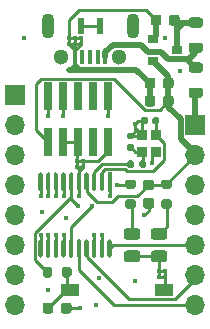
<source format=gtl>
G04 #@! TF.GenerationSoftware,KiCad,Pcbnew,(5.1.10)-1*
G04 #@! TF.CreationDate,2021-11-12T00:22:47+01:00*
G04 #@! TF.ProjectId,devboard-stm32g030f6p6,64657662-6f61-4726-942d-73746d333267,rev?*
G04 #@! TF.SameCoordinates,Original*
G04 #@! TF.FileFunction,Copper,L1,Top*
G04 #@! TF.FilePolarity,Positive*
%FSLAX46Y46*%
G04 Gerber Fmt 4.6, Leading zero omitted, Abs format (unit mm)*
G04 Created by KiCad (PCBNEW (5.1.10)-1) date 2021-11-12 00:22:47*
%MOMM*%
%LPD*%
G01*
G04 APERTURE LIST*
G04 #@! TA.AperFunction,SMDPad,CuDef*
%ADD10R,0.850000X0.950000*%
G04 #@! TD*
G04 #@! TA.AperFunction,SMDPad,CuDef*
%ADD11R,0.900000X0.800000*%
G04 #@! TD*
G04 #@! TA.AperFunction,SMDPad,CuDef*
%ADD12R,0.380766X1.655236*%
G04 #@! TD*
G04 #@! TA.AperFunction,SMDPad,CuDef*
%ADD13R,1.500000X1.000000*%
G04 #@! TD*
G04 #@! TA.AperFunction,ComponentPad*
%ADD14O,1.700000X1.700000*%
G04 #@! TD*
G04 #@! TA.AperFunction,ComponentPad*
%ADD15R,1.700000X1.700000*%
G04 #@! TD*
G04 #@! TA.AperFunction,SMDPad,CuDef*
%ADD16R,0.740000X2.400000*%
G04 #@! TD*
G04 #@! TA.AperFunction,SMDPad,CuDef*
%ADD17R,0.600000X1.350000*%
G04 #@! TD*
G04 #@! TA.AperFunction,ComponentPad*
%ADD18O,1.070000X2.140000*%
G04 #@! TD*
G04 #@! TA.AperFunction,ComponentPad*
%ADD19C,1.300000*%
G04 #@! TD*
G04 #@! TA.AperFunction,SMDPad,CuDef*
%ADD20R,0.400000X1.250000*%
G04 #@! TD*
G04 #@! TA.AperFunction,ViaPad*
%ADD21C,0.400000*%
G04 #@! TD*
G04 #@! TA.AperFunction,Conductor*
%ADD22C,0.254000*%
G04 #@! TD*
G04 #@! TA.AperFunction,Conductor*
%ADD23C,0.500000*%
G04 #@! TD*
G04 APERTURE END LIST*
G04 #@! TA.AperFunction,SMDPad,CuDef*
G36*
G01*
X115193000Y-87447000D02*
X115693000Y-87447000D01*
G75*
G02*
X115918000Y-87672000I0J-225000D01*
G01*
X115918000Y-88122000D01*
G75*
G02*
X115693000Y-88347000I-225000J0D01*
G01*
X115193000Y-88347000D01*
G75*
G02*
X114968000Y-88122000I0J225000D01*
G01*
X114968000Y-87672000D01*
G75*
G02*
X115193000Y-87447000I225000J0D01*
G01*
G37*
G04 #@! TD.AperFunction*
G04 #@! TA.AperFunction,SMDPad,CuDef*
G36*
G01*
X115193000Y-85897000D02*
X115693000Y-85897000D01*
G75*
G02*
X115918000Y-86122000I0J-225000D01*
G01*
X115918000Y-86572000D01*
G75*
G02*
X115693000Y-86797000I-225000J0D01*
G01*
X115193000Y-86797000D01*
G75*
G02*
X114968000Y-86572000I0J225000D01*
G01*
X114968000Y-86122000D01*
G75*
G02*
X115193000Y-85897000I225000J0D01*
G01*
G37*
G04 #@! TD.AperFunction*
D10*
X114928000Y-83566000D03*
X114928000Y-82116000D03*
X116078000Y-82116000D03*
X116078000Y-83566000D03*
D11*
X117840000Y-74930000D03*
X115840000Y-75880000D03*
X115840000Y-73980000D03*
G04 #@! TA.AperFunction,SMDPad,CuDef*
G36*
G01*
X112145000Y-90897864D02*
X112145000Y-90897864D01*
G75*
G02*
X112335383Y-91088247I0J-190383D01*
G01*
X112335383Y-92362717D01*
G75*
G02*
X112145000Y-92553100I-190383J0D01*
G01*
X112145000Y-92553100D01*
G75*
G02*
X111954617Y-92362717I0J190383D01*
G01*
X111954617Y-91088247D01*
G75*
G02*
X112145000Y-90897864I190383J0D01*
G01*
G37*
G04 #@! TD.AperFunction*
G04 #@! TA.AperFunction,SMDPad,CuDef*
G36*
G01*
X111495000Y-90897864D02*
X111495000Y-90897864D01*
G75*
G02*
X111685383Y-91088247I0J-190383D01*
G01*
X111685383Y-92362717D01*
G75*
G02*
X111495000Y-92553100I-190383J0D01*
G01*
X111495000Y-92553100D01*
G75*
G02*
X111304617Y-92362717I0J190383D01*
G01*
X111304617Y-91088247D01*
G75*
G02*
X111495000Y-90897864I190383J0D01*
G01*
G37*
G04 #@! TD.AperFunction*
G04 #@! TA.AperFunction,SMDPad,CuDef*
G36*
G01*
X110845000Y-90897864D02*
X110845000Y-90897864D01*
G75*
G02*
X111035383Y-91088247I0J-190383D01*
G01*
X111035383Y-92362717D01*
G75*
G02*
X110845000Y-92553100I-190383J0D01*
G01*
X110845000Y-92553100D01*
G75*
G02*
X110654617Y-92362717I0J190383D01*
G01*
X110654617Y-91088247D01*
G75*
G02*
X110845000Y-90897864I190383J0D01*
G01*
G37*
G04 #@! TD.AperFunction*
G04 #@! TA.AperFunction,SMDPad,CuDef*
G36*
G01*
X110195000Y-90897864D02*
X110195000Y-90897864D01*
G75*
G02*
X110385383Y-91088247I0J-190383D01*
G01*
X110385383Y-92362717D01*
G75*
G02*
X110195000Y-92553100I-190383J0D01*
G01*
X110195000Y-92553100D01*
G75*
G02*
X110004617Y-92362717I0J190383D01*
G01*
X110004617Y-91088247D01*
G75*
G02*
X110195000Y-90897864I190383J0D01*
G01*
G37*
G04 #@! TD.AperFunction*
G04 #@! TA.AperFunction,SMDPad,CuDef*
G36*
G01*
X109545000Y-90897864D02*
X109545000Y-90897864D01*
G75*
G02*
X109735383Y-91088247I0J-190383D01*
G01*
X109735383Y-92362717D01*
G75*
G02*
X109545000Y-92553100I-190383J0D01*
G01*
X109545000Y-92553100D01*
G75*
G02*
X109354617Y-92362717I0J190383D01*
G01*
X109354617Y-91088247D01*
G75*
G02*
X109545000Y-90897864I190383J0D01*
G01*
G37*
G04 #@! TD.AperFunction*
G04 #@! TA.AperFunction,SMDPad,CuDef*
G36*
G01*
X108895000Y-90897864D02*
X108895000Y-90897864D01*
G75*
G02*
X109085383Y-91088247I0J-190383D01*
G01*
X109085383Y-92362717D01*
G75*
G02*
X108895000Y-92553100I-190383J0D01*
G01*
X108895000Y-92553100D01*
G75*
G02*
X108704617Y-92362717I0J190383D01*
G01*
X108704617Y-91088247D01*
G75*
G02*
X108895000Y-90897864I190383J0D01*
G01*
G37*
G04 #@! TD.AperFunction*
G04 #@! TA.AperFunction,SMDPad,CuDef*
G36*
G01*
X108245000Y-90897864D02*
X108245000Y-90897864D01*
G75*
G02*
X108435383Y-91088247I0J-190383D01*
G01*
X108435383Y-92362717D01*
G75*
G02*
X108245000Y-92553100I-190383J0D01*
G01*
X108245000Y-92553100D01*
G75*
G02*
X108054617Y-92362717I0J190383D01*
G01*
X108054617Y-91088247D01*
G75*
G02*
X108245000Y-90897864I190383J0D01*
G01*
G37*
G04 #@! TD.AperFunction*
G04 #@! TA.AperFunction,SMDPad,CuDef*
G36*
G01*
X107595000Y-90897864D02*
X107595000Y-90897864D01*
G75*
G02*
X107785383Y-91088247I0J-190383D01*
G01*
X107785383Y-92362717D01*
G75*
G02*
X107595000Y-92553100I-190383J0D01*
G01*
X107595000Y-92553100D01*
G75*
G02*
X107404617Y-92362717I0J190383D01*
G01*
X107404617Y-91088247D01*
G75*
G02*
X107595000Y-90897864I190383J0D01*
G01*
G37*
G04 #@! TD.AperFunction*
G04 #@! TA.AperFunction,SMDPad,CuDef*
G36*
G01*
X106945000Y-90897864D02*
X106945000Y-90897864D01*
G75*
G02*
X107135383Y-91088247I0J-190383D01*
G01*
X107135383Y-92362717D01*
G75*
G02*
X106945000Y-92553100I-190383J0D01*
G01*
X106945000Y-92553100D01*
G75*
G02*
X106754617Y-92362717I0J190383D01*
G01*
X106754617Y-91088247D01*
G75*
G02*
X106945000Y-90897864I190383J0D01*
G01*
G37*
G04 #@! TD.AperFunction*
G04 #@! TA.AperFunction,SMDPad,CuDef*
G36*
G01*
X106295000Y-90897864D02*
X106295000Y-90897864D01*
G75*
G02*
X106485383Y-91088247I0J-190383D01*
G01*
X106485383Y-92362717D01*
G75*
G02*
X106295000Y-92553100I-190383J0D01*
G01*
X106295000Y-92553100D01*
G75*
G02*
X106104617Y-92362717I0J190383D01*
G01*
X106104617Y-91088247D01*
G75*
G02*
X106295000Y-90897864I190383J0D01*
G01*
G37*
G04 #@! TD.AperFunction*
G04 #@! TA.AperFunction,SMDPad,CuDef*
G36*
G01*
X106295000Y-85246900D02*
X106295000Y-85246900D01*
G75*
G02*
X106485383Y-85437283I0J-190383D01*
G01*
X106485383Y-86711753D01*
G75*
G02*
X106295000Y-86902136I-190383J0D01*
G01*
X106295000Y-86902136D01*
G75*
G02*
X106104617Y-86711753I0J190383D01*
G01*
X106104617Y-85437283D01*
G75*
G02*
X106295000Y-85246900I190383J0D01*
G01*
G37*
G04 #@! TD.AperFunction*
G04 #@! TA.AperFunction,SMDPad,CuDef*
G36*
G01*
X106945000Y-85246900D02*
X106945000Y-85246900D01*
G75*
G02*
X107135383Y-85437283I0J-190383D01*
G01*
X107135383Y-86711753D01*
G75*
G02*
X106945000Y-86902136I-190383J0D01*
G01*
X106945000Y-86902136D01*
G75*
G02*
X106754617Y-86711753I0J190383D01*
G01*
X106754617Y-85437283D01*
G75*
G02*
X106945000Y-85246900I190383J0D01*
G01*
G37*
G04 #@! TD.AperFunction*
G04 #@! TA.AperFunction,SMDPad,CuDef*
G36*
G01*
X107595000Y-85246900D02*
X107595000Y-85246900D01*
G75*
G02*
X107785383Y-85437283I0J-190383D01*
G01*
X107785383Y-86711753D01*
G75*
G02*
X107595000Y-86902136I-190383J0D01*
G01*
X107595000Y-86902136D01*
G75*
G02*
X107404617Y-86711753I0J190383D01*
G01*
X107404617Y-85437283D01*
G75*
G02*
X107595000Y-85246900I190383J0D01*
G01*
G37*
G04 #@! TD.AperFunction*
G04 #@! TA.AperFunction,SMDPad,CuDef*
G36*
G01*
X108245000Y-85246900D02*
X108245000Y-85246900D01*
G75*
G02*
X108435383Y-85437283I0J-190383D01*
G01*
X108435383Y-86711753D01*
G75*
G02*
X108245000Y-86902136I-190383J0D01*
G01*
X108245000Y-86902136D01*
G75*
G02*
X108054617Y-86711753I0J190383D01*
G01*
X108054617Y-85437283D01*
G75*
G02*
X108245000Y-85246900I190383J0D01*
G01*
G37*
G04 #@! TD.AperFunction*
G04 #@! TA.AperFunction,SMDPad,CuDef*
G36*
G01*
X108895000Y-85246900D02*
X108895000Y-85246900D01*
G75*
G02*
X109085383Y-85437283I0J-190383D01*
G01*
X109085383Y-86711753D01*
G75*
G02*
X108895000Y-86902136I-190383J0D01*
G01*
X108895000Y-86902136D01*
G75*
G02*
X108704617Y-86711753I0J190383D01*
G01*
X108704617Y-85437283D01*
G75*
G02*
X108895000Y-85246900I190383J0D01*
G01*
G37*
G04 #@! TD.AperFunction*
G04 #@! TA.AperFunction,SMDPad,CuDef*
G36*
G01*
X109545000Y-85246900D02*
X109545000Y-85246900D01*
G75*
G02*
X109735383Y-85437283I0J-190383D01*
G01*
X109735383Y-86711753D01*
G75*
G02*
X109545000Y-86902136I-190383J0D01*
G01*
X109545000Y-86902136D01*
G75*
G02*
X109354617Y-86711753I0J190383D01*
G01*
X109354617Y-85437283D01*
G75*
G02*
X109545000Y-85246900I190383J0D01*
G01*
G37*
G04 #@! TD.AperFunction*
G04 #@! TA.AperFunction,SMDPad,CuDef*
G36*
G01*
X110195000Y-85246900D02*
X110195000Y-85246900D01*
G75*
G02*
X110385383Y-85437283I0J-190383D01*
G01*
X110385383Y-86711753D01*
G75*
G02*
X110195000Y-86902136I-190383J0D01*
G01*
X110195000Y-86902136D01*
G75*
G02*
X110004617Y-86711753I0J190383D01*
G01*
X110004617Y-85437283D01*
G75*
G02*
X110195000Y-85246900I190383J0D01*
G01*
G37*
G04 #@! TD.AperFunction*
G04 #@! TA.AperFunction,SMDPad,CuDef*
G36*
G01*
X110845000Y-85246900D02*
X110845000Y-85246900D01*
G75*
G02*
X111035383Y-85437283I0J-190383D01*
G01*
X111035383Y-86711753D01*
G75*
G02*
X110845000Y-86902136I-190383J0D01*
G01*
X110845000Y-86902136D01*
G75*
G02*
X110654617Y-86711753I0J190383D01*
G01*
X110654617Y-85437283D01*
G75*
G02*
X110845000Y-85246900I190383J0D01*
G01*
G37*
G04 #@! TD.AperFunction*
G04 #@! TA.AperFunction,SMDPad,CuDef*
G36*
G01*
X111495000Y-85246900D02*
X111495000Y-85246900D01*
G75*
G02*
X111685383Y-85437283I0J-190383D01*
G01*
X111685383Y-86711753D01*
G75*
G02*
X111495000Y-86902136I-190383J0D01*
G01*
X111495000Y-86902136D01*
G75*
G02*
X111304617Y-86711753I0J190383D01*
G01*
X111304617Y-85437283D01*
G75*
G02*
X111495000Y-85246900I190383J0D01*
G01*
G37*
G04 #@! TD.AperFunction*
D12*
X112145000Y-86074518D03*
D13*
X108826000Y-95250000D03*
X116726000Y-95250000D03*
G04 #@! TA.AperFunction,SMDPad,CuDef*
G36*
G01*
X114665000Y-84767000D02*
X114665000Y-84397000D01*
G75*
G02*
X114800000Y-84262000I135000J0D01*
G01*
X115070000Y-84262000D01*
G75*
G02*
X115205000Y-84397000I0J-135000D01*
G01*
X115205000Y-84767000D01*
G75*
G02*
X115070000Y-84902000I-135000J0D01*
G01*
X114800000Y-84902000D01*
G75*
G02*
X114665000Y-84767000I0J135000D01*
G01*
G37*
G04 #@! TD.AperFunction*
G04 #@! TA.AperFunction,SMDPad,CuDef*
G36*
G01*
X113645000Y-84767000D02*
X113645000Y-84397000D01*
G75*
G02*
X113780000Y-84262000I135000J0D01*
G01*
X114050000Y-84262000D01*
G75*
G02*
X114185000Y-84397000I0J-135000D01*
G01*
X114185000Y-84767000D01*
G75*
G02*
X114050000Y-84902000I-135000J0D01*
G01*
X113780000Y-84902000D01*
G75*
G02*
X113645000Y-84767000I0J135000D01*
G01*
G37*
G04 #@! TD.AperFunction*
G04 #@! TA.AperFunction,SMDPad,CuDef*
G36*
G01*
X108121000Y-94001000D02*
X108121000Y-93451000D01*
G75*
G02*
X108321000Y-93251000I200000J0D01*
G01*
X108721000Y-93251000D01*
G75*
G02*
X108921000Y-93451000I0J-200000D01*
G01*
X108921000Y-94001000D01*
G75*
G02*
X108721000Y-94201000I-200000J0D01*
G01*
X108321000Y-94201000D01*
G75*
G02*
X108121000Y-94001000I0J200000D01*
G01*
G37*
G04 #@! TD.AperFunction*
G04 #@! TA.AperFunction,SMDPad,CuDef*
G36*
G01*
X106471000Y-94001000D02*
X106471000Y-93451000D01*
G75*
G02*
X106671000Y-93251000I200000J0D01*
G01*
X107071000Y-93251000D01*
G75*
G02*
X107271000Y-93451000I0J-200000D01*
G01*
X107271000Y-94001000D01*
G75*
G02*
X107071000Y-94201000I-200000J0D01*
G01*
X106671000Y-94201000D01*
G75*
G02*
X106471000Y-94001000I0J200000D01*
G01*
G37*
G04 #@! TD.AperFunction*
G04 #@! TA.AperFunction,SMDPad,CuDef*
G36*
G01*
X116692000Y-87547000D02*
X117242000Y-87547000D01*
G75*
G02*
X117442000Y-87747000I0J-200000D01*
G01*
X117442000Y-88147000D01*
G75*
G02*
X117242000Y-88347000I-200000J0D01*
G01*
X116692000Y-88347000D01*
G75*
G02*
X116492000Y-88147000I0J200000D01*
G01*
X116492000Y-87747000D01*
G75*
G02*
X116692000Y-87547000I200000J0D01*
G01*
G37*
G04 #@! TD.AperFunction*
G04 #@! TA.AperFunction,SMDPad,CuDef*
G36*
G01*
X116692000Y-85897000D02*
X117242000Y-85897000D01*
G75*
G02*
X117442000Y-86097000I0J-200000D01*
G01*
X117442000Y-86497000D01*
G75*
G02*
X117242000Y-86697000I-200000J0D01*
G01*
X116692000Y-86697000D01*
G75*
G02*
X116492000Y-86497000I0J200000D01*
G01*
X116492000Y-86097000D01*
G75*
G02*
X116692000Y-85897000I200000J0D01*
G01*
G37*
G04 #@! TD.AperFunction*
G04 #@! TA.AperFunction,SMDPad,CuDef*
G36*
G01*
X113644000Y-87547000D02*
X114194000Y-87547000D01*
G75*
G02*
X114394000Y-87747000I0J-200000D01*
G01*
X114394000Y-88147000D01*
G75*
G02*
X114194000Y-88347000I-200000J0D01*
G01*
X113644000Y-88347000D01*
G75*
G02*
X113444000Y-88147000I0J200000D01*
G01*
X113444000Y-87747000D01*
G75*
G02*
X113644000Y-87547000I200000J0D01*
G01*
G37*
G04 #@! TD.AperFunction*
G04 #@! TA.AperFunction,SMDPad,CuDef*
G36*
G01*
X113644000Y-85897000D02*
X114194000Y-85897000D01*
G75*
G02*
X114394000Y-86097000I0J-200000D01*
G01*
X114394000Y-86497000D01*
G75*
G02*
X114194000Y-86697000I-200000J0D01*
G01*
X113644000Y-86697000D01*
G75*
G02*
X113444000Y-86497000I0J200000D01*
G01*
X113444000Y-86097000D01*
G75*
G02*
X113644000Y-85897000I200000J0D01*
G01*
G37*
G04 #@! TD.AperFunction*
D14*
X119380000Y-96520000D03*
X119380000Y-93980000D03*
X119380000Y-91440000D03*
X119380000Y-88900000D03*
X119380000Y-86360000D03*
X119380000Y-83820000D03*
D15*
X119380000Y-81280000D03*
D14*
X104140000Y-96520000D03*
X104140000Y-93980000D03*
X104140000Y-91440000D03*
X104140000Y-88900000D03*
X104140000Y-86360000D03*
X104140000Y-83820000D03*
X104140000Y-81280000D03*
D15*
X104140000Y-78740000D03*
D16*
X112014000Y-78809300D03*
X112014000Y-82709300D03*
X110744000Y-78809300D03*
X110744000Y-82709300D03*
X109474000Y-78809300D03*
X109474000Y-82709300D03*
X108204000Y-78809300D03*
X108204000Y-82709300D03*
X106934000Y-78809300D03*
X106934000Y-82709300D03*
D17*
X109690000Y-72845000D03*
X111290000Y-72845000D03*
D18*
X106890000Y-72870000D03*
X114090000Y-72870000D03*
D19*
X108065000Y-75520000D03*
X112915000Y-75520000D03*
D20*
X109190000Y-75495000D03*
X109840000Y-75495000D03*
X110490000Y-75495000D03*
X111140000Y-75495000D03*
X111790000Y-75495000D03*
G04 #@! TA.AperFunction,SMDPad,CuDef*
G36*
G01*
X119824750Y-73035000D02*
X119062250Y-73035000D01*
G75*
G02*
X118843500Y-72816250I0J218750D01*
G01*
X118843500Y-72378750D01*
G75*
G02*
X119062250Y-72160000I218750J0D01*
G01*
X119824750Y-72160000D01*
G75*
G02*
X120043500Y-72378750I0J-218750D01*
G01*
X120043500Y-72816250D01*
G75*
G02*
X119824750Y-73035000I-218750J0D01*
G01*
G37*
G04 #@! TD.AperFunction*
G04 #@! TA.AperFunction,SMDPad,CuDef*
G36*
G01*
X119824750Y-75160000D02*
X119062250Y-75160000D01*
G75*
G02*
X118843500Y-74941250I0J218750D01*
G01*
X118843500Y-74503750D01*
G75*
G02*
X119062250Y-74285000I218750J0D01*
G01*
X119824750Y-74285000D01*
G75*
G02*
X120043500Y-74503750I0J-218750D01*
G01*
X120043500Y-74941250D01*
G75*
G02*
X119824750Y-75160000I-218750J0D01*
G01*
G37*
G04 #@! TD.AperFunction*
G04 #@! TA.AperFunction,SMDPad,CuDef*
G36*
G01*
X119062250Y-78095000D02*
X119824750Y-78095000D01*
G75*
G02*
X120043500Y-78313750I0J-218750D01*
G01*
X120043500Y-78751250D01*
G75*
G02*
X119824750Y-78970000I-218750J0D01*
G01*
X119062250Y-78970000D01*
G75*
G02*
X118843500Y-78751250I0J218750D01*
G01*
X118843500Y-78313750D01*
G75*
G02*
X119062250Y-78095000I218750J0D01*
G01*
G37*
G04 #@! TD.AperFunction*
G04 #@! TA.AperFunction,SMDPad,CuDef*
G36*
G01*
X119062250Y-75970000D02*
X119824750Y-75970000D01*
G75*
G02*
X120043500Y-76188750I0J-218750D01*
G01*
X120043500Y-76626250D01*
G75*
G02*
X119824750Y-76845000I-218750J0D01*
G01*
X119062250Y-76845000D01*
G75*
G02*
X118843500Y-76626250I0J218750D01*
G01*
X118843500Y-76188750D01*
G75*
G02*
X119062250Y-75970000I218750J0D01*
G01*
G37*
G04 #@! TD.AperFunction*
G04 #@! TA.AperFunction,SMDPad,CuDef*
G36*
G01*
X116788250Y-90990000D02*
X115875750Y-90990000D01*
G75*
G02*
X115632000Y-90746250I0J243750D01*
G01*
X115632000Y-90258750D01*
G75*
G02*
X115875750Y-90015000I243750J0D01*
G01*
X116788250Y-90015000D01*
G75*
G02*
X117032000Y-90258750I0J-243750D01*
G01*
X117032000Y-90746250D01*
G75*
G02*
X116788250Y-90990000I-243750J0D01*
G01*
G37*
G04 #@! TD.AperFunction*
G04 #@! TA.AperFunction,SMDPad,CuDef*
G36*
G01*
X116788250Y-92865000D02*
X115875750Y-92865000D01*
G75*
G02*
X115632000Y-92621250I0J243750D01*
G01*
X115632000Y-92133750D01*
G75*
G02*
X115875750Y-91890000I243750J0D01*
G01*
X116788250Y-91890000D01*
G75*
G02*
X117032000Y-92133750I0J-243750D01*
G01*
X117032000Y-92621250D01*
G75*
G02*
X116788250Y-92865000I-243750J0D01*
G01*
G37*
G04 #@! TD.AperFunction*
G04 #@! TA.AperFunction,SMDPad,CuDef*
G36*
G01*
X114502250Y-90990000D02*
X113589750Y-90990000D01*
G75*
G02*
X113346000Y-90746250I0J243750D01*
G01*
X113346000Y-90258750D01*
G75*
G02*
X113589750Y-90015000I243750J0D01*
G01*
X114502250Y-90015000D01*
G75*
G02*
X114746000Y-90258750I0J-243750D01*
G01*
X114746000Y-90746250D01*
G75*
G02*
X114502250Y-90990000I-243750J0D01*
G01*
G37*
G04 #@! TD.AperFunction*
G04 #@! TA.AperFunction,SMDPad,CuDef*
G36*
G01*
X114502250Y-92865000D02*
X113589750Y-92865000D01*
G75*
G02*
X113346000Y-92621250I0J243750D01*
G01*
X113346000Y-92133750D01*
G75*
G02*
X113589750Y-91890000I243750J0D01*
G01*
X114502250Y-91890000D01*
G75*
G02*
X114746000Y-92133750I0J-243750D01*
G01*
X114746000Y-92621250D01*
G75*
G02*
X114502250Y-92865000I-243750J0D01*
G01*
G37*
G04 #@! TD.AperFunction*
G04 #@! TA.AperFunction,SMDPad,CuDef*
G36*
G01*
X114089000Y-82477000D02*
X113749000Y-82477000D01*
G75*
G02*
X113609000Y-82337000I0J140000D01*
G01*
X113609000Y-82057000D01*
G75*
G02*
X113749000Y-81917000I140000J0D01*
G01*
X114089000Y-81917000D01*
G75*
G02*
X114229000Y-82057000I0J-140000D01*
G01*
X114229000Y-82337000D01*
G75*
G02*
X114089000Y-82477000I-140000J0D01*
G01*
G37*
G04 #@! TD.AperFunction*
G04 #@! TA.AperFunction,SMDPad,CuDef*
G36*
G01*
X114089000Y-83437000D02*
X113749000Y-83437000D01*
G75*
G02*
X113609000Y-83297000I0J140000D01*
G01*
X113609000Y-83017000D01*
G75*
G02*
X113749000Y-82877000I140000J0D01*
G01*
X114089000Y-82877000D01*
G75*
G02*
X114229000Y-83017000I0J-140000D01*
G01*
X114229000Y-83297000D01*
G75*
G02*
X114089000Y-83437000I-140000J0D01*
G01*
G37*
G04 #@! TD.AperFunction*
G04 #@! TA.AperFunction,SMDPad,CuDef*
G36*
G01*
X115770000Y-81069000D02*
X115770000Y-80729000D01*
G75*
G02*
X115910000Y-80589000I140000J0D01*
G01*
X116190000Y-80589000D01*
G75*
G02*
X116330000Y-80729000I0J-140000D01*
G01*
X116330000Y-81069000D01*
G75*
G02*
X116190000Y-81209000I-140000J0D01*
G01*
X115910000Y-81209000D01*
G75*
G02*
X115770000Y-81069000I0J140000D01*
G01*
G37*
G04 #@! TD.AperFunction*
G04 #@! TA.AperFunction,SMDPad,CuDef*
G36*
G01*
X114810000Y-81069000D02*
X114810000Y-80729000D01*
G75*
G02*
X114950000Y-80589000I140000J0D01*
G01*
X115230000Y-80589000D01*
G75*
G02*
X115370000Y-80729000I0J-140000D01*
G01*
X115370000Y-81069000D01*
G75*
G02*
X115230000Y-81209000I-140000J0D01*
G01*
X114950000Y-81209000D01*
G75*
G02*
X114810000Y-81069000I0J140000D01*
G01*
G37*
G04 #@! TD.AperFunction*
G04 #@! TA.AperFunction,SMDPad,CuDef*
G36*
G01*
X116007000Y-78998000D02*
X116007000Y-79498000D01*
G75*
G02*
X115782000Y-79723000I-225000J0D01*
G01*
X115332000Y-79723000D01*
G75*
G02*
X115107000Y-79498000I0J225000D01*
G01*
X115107000Y-78998000D01*
G75*
G02*
X115332000Y-78773000I225000J0D01*
G01*
X115782000Y-78773000D01*
G75*
G02*
X116007000Y-78998000I0J-225000D01*
G01*
G37*
G04 #@! TD.AperFunction*
G04 #@! TA.AperFunction,SMDPad,CuDef*
G36*
G01*
X117557000Y-78998000D02*
X117557000Y-79498000D01*
G75*
G02*
X117332000Y-79723000I-225000J0D01*
G01*
X116882000Y-79723000D01*
G75*
G02*
X116657000Y-79498000I0J225000D01*
G01*
X116657000Y-78998000D01*
G75*
G02*
X116882000Y-78773000I225000J0D01*
G01*
X117332000Y-78773000D01*
G75*
G02*
X117557000Y-78998000I0J-225000D01*
G01*
G37*
G04 #@! TD.AperFunction*
G04 #@! TA.AperFunction,SMDPad,CuDef*
G36*
G01*
X116007000Y-77474000D02*
X116007000Y-77974000D01*
G75*
G02*
X115782000Y-78199000I-225000J0D01*
G01*
X115332000Y-78199000D01*
G75*
G02*
X115107000Y-77974000I0J225000D01*
G01*
X115107000Y-77474000D01*
G75*
G02*
X115332000Y-77249000I225000J0D01*
G01*
X115782000Y-77249000D01*
G75*
G02*
X116007000Y-77474000I0J-225000D01*
G01*
G37*
G04 #@! TD.AperFunction*
G04 #@! TA.AperFunction,SMDPad,CuDef*
G36*
G01*
X117557000Y-77474000D02*
X117557000Y-77974000D01*
G75*
G02*
X117332000Y-78199000I-225000J0D01*
G01*
X116882000Y-78199000D01*
G75*
G02*
X116657000Y-77974000I0J225000D01*
G01*
X116657000Y-77474000D01*
G75*
G02*
X116882000Y-77249000I225000J0D01*
G01*
X117332000Y-77249000D01*
G75*
G02*
X117557000Y-77474000I0J-225000D01*
G01*
G37*
G04 #@! TD.AperFunction*
G04 #@! TA.AperFunction,SMDPad,CuDef*
G36*
G01*
X116515000Y-72140000D02*
X116515000Y-72640000D01*
G75*
G02*
X116290000Y-72865000I-225000J0D01*
G01*
X115840000Y-72865000D01*
G75*
G02*
X115615000Y-72640000I0J225000D01*
G01*
X115615000Y-72140000D01*
G75*
G02*
X115840000Y-71915000I225000J0D01*
G01*
X116290000Y-71915000D01*
G75*
G02*
X116515000Y-72140000I0J-225000D01*
G01*
G37*
G04 #@! TD.AperFunction*
G04 #@! TA.AperFunction,SMDPad,CuDef*
G36*
G01*
X118065000Y-72140000D02*
X118065000Y-72640000D01*
G75*
G02*
X117840000Y-72865000I-225000J0D01*
G01*
X117390000Y-72865000D01*
G75*
G02*
X117165000Y-72640000I0J225000D01*
G01*
X117165000Y-72140000D01*
G75*
G02*
X117390000Y-71915000I225000J0D01*
G01*
X117840000Y-71915000D01*
G75*
G02*
X118065000Y-72140000I0J-225000D01*
G01*
G37*
G04 #@! TD.AperFunction*
G04 #@! TA.AperFunction,SMDPad,CuDef*
G36*
G01*
X108021000Y-97024000D02*
X108021000Y-96524000D01*
G75*
G02*
X108246000Y-96299000I225000J0D01*
G01*
X108696000Y-96299000D01*
G75*
G02*
X108921000Y-96524000I0J-225000D01*
G01*
X108921000Y-97024000D01*
G75*
G02*
X108696000Y-97249000I-225000J0D01*
G01*
X108246000Y-97249000D01*
G75*
G02*
X108021000Y-97024000I0J225000D01*
G01*
G37*
G04 #@! TD.AperFunction*
G04 #@! TA.AperFunction,SMDPad,CuDef*
G36*
G01*
X106471000Y-97024000D02*
X106471000Y-96524000D01*
G75*
G02*
X106696000Y-96299000I225000J0D01*
G01*
X107146000Y-96299000D01*
G75*
G02*
X107371000Y-96524000I0J-225000D01*
G01*
X107371000Y-97024000D01*
G75*
G02*
X107146000Y-97249000I-225000J0D01*
G01*
X106696000Y-97249000D01*
G75*
G02*
X106471000Y-97024000I0J225000D01*
G01*
G37*
G04 #@! TD.AperFunction*
D21*
X114300000Y-94488000D03*
X110998000Y-96520000D03*
X106300000Y-87300000D03*
X106950000Y-87300000D03*
X107600000Y-87300000D03*
X108250000Y-87300000D03*
X106300000Y-90600000D03*
X106950000Y-90600000D03*
X107600000Y-90600000D03*
X108250000Y-90600000D03*
X109550000Y-87300000D03*
X111500000Y-90600000D03*
X110850000Y-90600000D03*
X112014000Y-80518000D03*
X108204000Y-80518000D03*
X106934000Y-80518000D03*
X109474000Y-88138000D03*
X112776000Y-86360000D03*
X112145000Y-87300000D03*
X115062000Y-88900000D03*
X109728000Y-76581000D03*
X109220000Y-74422000D03*
X108712000Y-74422000D03*
X108712000Y-73914000D03*
X109220000Y-73914000D03*
X109728000Y-73914000D03*
X109728000Y-74422000D03*
X109220000Y-76581000D03*
X108712000Y-76581000D03*
X109601000Y-96774000D03*
X116332000Y-93599000D03*
X116840000Y-93599000D03*
X116840000Y-94107000D03*
X116332000Y-94107000D03*
X115697000Y-84455000D03*
X114300000Y-81153000D03*
X109347000Y-84328000D03*
X109855000Y-84328000D03*
X109855000Y-84836000D03*
X109347000Y-84836000D03*
X106934000Y-95250000D03*
X118110000Y-76708000D03*
X116840000Y-73914000D03*
X104902000Y-73914000D03*
X111252000Y-94234000D03*
X108458000Y-89154000D03*
X106426000Y-88646000D03*
X110689539Y-88083539D03*
D22*
X114046000Y-92377500D02*
X116332000Y-92377500D01*
X116332000Y-92377500D02*
X116332000Y-93599000D01*
X116332000Y-93599000D02*
X116840000Y-93599000D01*
X116840000Y-93599000D02*
X116840000Y-94107000D01*
X116840000Y-94107000D02*
X116332000Y-94107000D01*
X116332000Y-93599000D02*
X116332000Y-94107000D01*
X116840000Y-95136000D02*
X116726000Y-95250000D01*
X116840000Y-94107000D02*
X116840000Y-95136000D01*
X109601000Y-96774000D02*
X108471000Y-96774000D01*
X109190000Y-74452000D02*
X109220000Y-74422000D01*
X109190000Y-75495000D02*
X109190000Y-74452000D01*
X109190000Y-74900000D02*
X108712000Y-74422000D01*
X109190000Y-75495000D02*
X109190000Y-74900000D01*
X109190000Y-74960000D02*
X109728000Y-74422000D01*
X109190000Y-75495000D02*
X109190000Y-74960000D01*
X109728000Y-74422000D02*
X109728000Y-73914000D01*
X109728000Y-73914000D02*
X109220000Y-73914000D01*
X109220000Y-73914000D02*
X109220000Y-74422000D01*
X109220000Y-74422000D02*
X109728000Y-74422000D01*
X109220000Y-74422000D02*
X108712000Y-74422000D01*
X108712000Y-74422000D02*
X108712000Y-73914000D01*
X108712000Y-73914000D02*
X109220000Y-73914000D01*
X109220000Y-75525000D02*
X109190000Y-75495000D01*
X109220000Y-76581000D02*
X109220000Y-75525000D01*
X109190000Y-76103000D02*
X108712000Y-76581000D01*
X109190000Y-75495000D02*
X109190000Y-76103000D01*
X109190000Y-76043000D02*
X109728000Y-76581000D01*
X109190000Y-75495000D02*
X109190000Y-76043000D01*
D23*
X116065000Y-73755000D02*
X115840000Y-73980000D01*
X116065000Y-72390000D02*
X116065000Y-73755000D01*
X115557000Y-79248000D02*
X115557000Y-77724000D01*
X114414000Y-76581000D02*
X108712000Y-76581000D01*
X115557000Y-77724000D02*
X114414000Y-76581000D01*
D22*
X108712000Y-72390798D02*
X108712000Y-73914000D01*
X109556808Y-71545990D02*
X108712000Y-72390798D01*
X115220990Y-71545990D02*
X109556808Y-71545990D01*
X116065000Y-72390000D02*
X115220990Y-71545990D01*
X114847000Y-82197000D02*
X114928000Y-82116000D01*
X113919000Y-82197000D02*
X114847000Y-82197000D01*
X114928000Y-81061000D02*
X115090000Y-80899000D01*
X114928000Y-82116000D02*
X114928000Y-81061000D01*
X114554000Y-80899000D02*
X114300000Y-81153000D01*
X115090000Y-80899000D02*
X114554000Y-80899000D01*
X114300000Y-81816000D02*
X113919000Y-82197000D01*
X114300000Y-81153000D02*
X114300000Y-81816000D01*
X114300000Y-81488000D02*
X114928000Y-82116000D01*
X114300000Y-81153000D02*
X114300000Y-81488000D01*
X115697000Y-83947000D02*
X116078000Y-83566000D01*
X115697000Y-84455000D02*
X115697000Y-83947000D01*
X109545000Y-85034000D02*
X109347000Y-84836000D01*
X109545000Y-86074518D02*
X109545000Y-85034000D01*
X109545000Y-85146000D02*
X109855000Y-84836000D01*
X109545000Y-86074518D02*
X109545000Y-85146000D01*
X109855000Y-84836000D02*
X109855000Y-84328000D01*
X109855000Y-84328000D02*
X109347000Y-84328000D01*
X109347000Y-84328000D02*
X109347000Y-84836000D01*
X109347000Y-84836000D02*
X109855000Y-84836000D01*
X109347000Y-82849000D02*
X109474000Y-82722000D01*
X109347000Y-84328000D02*
X109347000Y-82849000D01*
X109474000Y-82722000D02*
X108204000Y-82722000D01*
X112014000Y-83479202D02*
X112014000Y-82722000D01*
X111165202Y-84328000D02*
X112014000Y-83479202D01*
X109855000Y-84328000D02*
X111165202Y-84328000D01*
X115443000Y-88519000D02*
X115062000Y-88900000D01*
X115443000Y-87897000D02*
X115443000Y-88519000D01*
X109545000Y-87295000D02*
X109550000Y-87300000D01*
X109545000Y-86074518D02*
X109545000Y-87295000D01*
X108521000Y-94945000D02*
X108826000Y-95250000D01*
X108521000Y-93726000D02*
X108521000Y-94945000D01*
X108445000Y-95250000D02*
X106921000Y-96774000D01*
X108826000Y-95250000D02*
X108445000Y-95250000D01*
D23*
X117840000Y-72615000D02*
X117615000Y-72390000D01*
X117822500Y-72597500D02*
X117615000Y-72390000D01*
X119380000Y-72597500D02*
X117822500Y-72597500D01*
X118378500Y-72597500D02*
X117840000Y-73136000D01*
X119380000Y-72597500D02*
X118378500Y-72597500D01*
X117840000Y-73136000D02*
X117840000Y-72615000D01*
X117840000Y-74930000D02*
X117840000Y-73136000D01*
X117107000Y-77147000D02*
X117107000Y-79248000D01*
X115840000Y-75880000D02*
X117107000Y-77147000D01*
X117107000Y-79723000D02*
X118152999Y-80768999D01*
X117107000Y-79248000D02*
X117107000Y-79723000D01*
X119380000Y-83658602D02*
X119380000Y-83820000D01*
X118152999Y-82431601D02*
X119380000Y-83658602D01*
X118152999Y-80768999D02*
X118152999Y-82431601D01*
X119380000Y-83820000D02*
X119380000Y-83948000D01*
D22*
X116967000Y-86233000D02*
X116967000Y-86297000D01*
X119380000Y-83820000D02*
X116967000Y-86233000D01*
X116917000Y-86347000D02*
X116967000Y-86297000D01*
X115443000Y-86347000D02*
X116917000Y-86347000D01*
X115443000Y-86347000D02*
X114497010Y-87292990D01*
X110195000Y-86902136D02*
X110195000Y-86074518D01*
X111046865Y-87754001D02*
X110195000Y-86902136D01*
X112362921Y-87754001D02*
X111046865Y-87754001D01*
X112823932Y-87292990D02*
X112362921Y-87754001D01*
X114497010Y-87292990D02*
X112823932Y-87292990D01*
X105918000Y-81706000D02*
X106309999Y-82097999D01*
X105918000Y-77810798D02*
X105918000Y-81706000D01*
X106373499Y-77355299D02*
X105918000Y-77810798D01*
X112511875Y-77355299D02*
X106373499Y-77355299D01*
X106309999Y-82097999D02*
X106934000Y-82722000D01*
X115133586Y-79977010D02*
X112511875Y-77355299D01*
X116377990Y-79977010D02*
X115133586Y-79977010D01*
X117107000Y-79248000D02*
X116377990Y-79977010D01*
X116050000Y-82088000D02*
X116078000Y-82116000D01*
X116050000Y-80899000D02*
X116050000Y-82088000D01*
X111778900Y-84963000D02*
X111495000Y-85246900D01*
X111495000Y-85246900D02*
X111495000Y-86074518D01*
X113411000Y-84963000D02*
X111778900Y-84963000D01*
X113604010Y-85156010D02*
X113411000Y-84963000D01*
X115845192Y-85156010D02*
X113604010Y-85156010D01*
X116757001Y-84244201D02*
X115845192Y-85156010D01*
X116757001Y-82795001D02*
X116757001Y-84244201D01*
X116078000Y-82116000D02*
X116757001Y-82795001D01*
X114328000Y-83566000D02*
X113919000Y-83157000D01*
X114928000Y-83566000D02*
X114328000Y-83566000D01*
X114935000Y-83573000D02*
X114928000Y-83566000D01*
X114935000Y-84582000D02*
X114935000Y-83573000D01*
X114046000Y-88074000D02*
X113919000Y-87947000D01*
X114046000Y-90502500D02*
X114046000Y-88074000D01*
X116967000Y-89867500D02*
X116332000Y-90502500D01*
X116967000Y-87947000D02*
X116967000Y-89867500D01*
D23*
X119380000Y-78532500D02*
X119380000Y-81280000D01*
X119380000Y-75160000D02*
X119380000Y-74722500D01*
X118832999Y-75707001D02*
X119380000Y-75160000D01*
X117088399Y-75707001D02*
X118832999Y-75707001D01*
X115434397Y-75102999D02*
X116484397Y-75102999D01*
X114824397Y-74492999D02*
X115434397Y-75102999D01*
X116484397Y-75102999D02*
X117088399Y-75707001D01*
X112422039Y-74492999D02*
X114824397Y-74492999D01*
X111790000Y-75125038D02*
X112422039Y-74492999D01*
X111790000Y-75495000D02*
X111790000Y-75125038D01*
X118679501Y-75707001D02*
X119380000Y-76407500D01*
X117088399Y-75707001D02*
X118679501Y-75707001D01*
D22*
X109690000Y-72845000D02*
X111290000Y-72845000D01*
X108895000Y-87333078D02*
X108895000Y-86074518D01*
X105845999Y-90382079D02*
X108895000Y-87333078D01*
X105845999Y-92700999D02*
X105845999Y-90382079D01*
X106871000Y-93726000D02*
X105845999Y-92700999D01*
X108895000Y-87559000D02*
X108895000Y-86074518D01*
X109474000Y-88138000D02*
X108895000Y-87559000D01*
X112014000Y-80518000D02*
X112014000Y-78822000D01*
X108204000Y-80518000D02*
X108204000Y-78822000D01*
X111500000Y-91720482D02*
X111495000Y-91725482D01*
X111500000Y-90600000D02*
X111500000Y-91720482D01*
X106934000Y-80518000D02*
X106934000Y-78822000D01*
X110850000Y-91720482D02*
X110845000Y-91725482D01*
X110850000Y-90600000D02*
X110850000Y-91720482D01*
X108250000Y-86079518D02*
X108245000Y-86074518D01*
X108250000Y-87300000D02*
X108250000Y-86079518D01*
X107600000Y-86079518D02*
X107595000Y-86074518D01*
X107600000Y-87300000D02*
X107600000Y-86079518D01*
X106950000Y-86079518D02*
X106945000Y-86074518D01*
X106950000Y-87300000D02*
X106950000Y-86079518D01*
X106300000Y-86079518D02*
X106295000Y-86074518D01*
X106300000Y-87300000D02*
X106300000Y-86079518D01*
X106300000Y-91720482D02*
X106295000Y-91725482D01*
X106300000Y-90600000D02*
X106300000Y-91720482D01*
X106950000Y-91720482D02*
X106945000Y-91725482D01*
X106950000Y-90600000D02*
X106950000Y-91720482D01*
X107600000Y-91720482D02*
X107595000Y-91725482D01*
X107600000Y-90600000D02*
X107600000Y-91720482D01*
X108250000Y-91720482D02*
X108245000Y-91725482D01*
X108250000Y-90600000D02*
X108250000Y-91720482D01*
X112145000Y-87300000D02*
X112145000Y-86074518D01*
X112430482Y-91440000D02*
X112145000Y-91725482D01*
X119380000Y-91440000D02*
X112430482Y-91440000D01*
X109545000Y-91725482D02*
X109545000Y-93543000D01*
X112522000Y-96520000D02*
X119380000Y-96520000D01*
X109545000Y-93543000D02*
X112522000Y-96520000D01*
X117679201Y-96004001D02*
X113784001Y-96004001D01*
X110195000Y-92415000D02*
X110195000Y-91725482D01*
X119380000Y-94303202D02*
X117679201Y-96004001D01*
X113784001Y-96004001D02*
X110195000Y-92415000D01*
X119380000Y-93980000D02*
X119380000Y-94303202D01*
X108895000Y-89878078D02*
X108895000Y-91725482D01*
X110689539Y-88083539D02*
X108895000Y-89878078D01*
X113856000Y-86360000D02*
X113919000Y-86297000D01*
X112776000Y-86360000D02*
X113856000Y-86360000D01*
X110845000Y-85246900D02*
X110845000Y-86074518D01*
X111509900Y-84582000D02*
X110845000Y-85246900D01*
X113915000Y-84582000D02*
X111509900Y-84582000D01*
M02*

</source>
